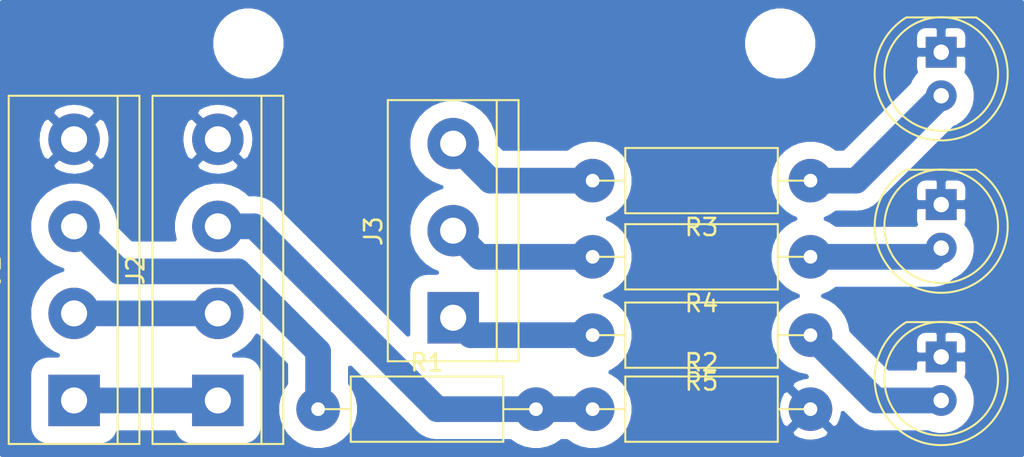
<source format=kicad_pcb>
(kicad_pcb (version 20171130) (host pcbnew "(5.1.12)-1")

  (general
    (thickness 1.6)
    (drawings 5)
    (tracks 22)
    (zones 0)
    (modules 13)
    (nets 12)
  )

  (page A4)
  (layers
    (0 F.Cu signal hide)
    (31 B.Cu signal)
    (32 B.Adhes user hide)
    (33 F.Adhes user hide)
    (34 B.Paste user hide)
    (35 F.Paste user hide)
    (36 B.SilkS user hide)
    (37 F.SilkS user)
    (38 B.Mask user hide)
    (39 F.Mask user hide)
    (40 Dwgs.User user hide)
    (41 Cmts.User user hide)
    (42 Eco1.User user hide)
    (43 Eco2.User user hide)
    (44 Edge.Cuts user hide)
    (45 Margin user hide)
    (46 B.CrtYd user hide)
    (47 F.CrtYd user hide)
    (48 B.Fab user hide)
    (49 F.Fab user hide)
  )

  (setup
    (last_trace_width 0.25)
    (user_trace_width 1.5)
    (trace_clearance 0.2)
    (zone_clearance 0.508)
    (zone_45_only no)
    (trace_min 0.2)
    (via_size 0.8)
    (via_drill 0.4)
    (via_min_size 0.4)
    (via_min_drill 0.3)
    (uvia_size 0.3)
    (uvia_drill 0.1)
    (uvias_allowed no)
    (uvia_min_size 0.2)
    (uvia_min_drill 0.1)
    (edge_width 0.05)
    (segment_width 0.2)
    (pcb_text_width 0.3)
    (pcb_text_size 1.5 1.5)
    (mod_edge_width 0.12)
    (mod_text_size 1 1)
    (mod_text_width 0.15)
    (pad_size 1.524 1.524)
    (pad_drill 0.762)
    (pad_to_mask_clearance 0)
    (aux_axis_origin 0 0)
    (visible_elements 7FFFFFFF)
    (pcbplotparams
      (layerselection 0x010fc_ffffffff)
      (usegerberextensions false)
      (usegerberattributes true)
      (usegerberadvancedattributes true)
      (creategerberjobfile true)
      (excludeedgelayer true)
      (linewidth 0.100000)
      (plotframeref false)
      (viasonmask false)
      (mode 1)
      (useauxorigin false)
      (hpglpennumber 1)
      (hpglpenspeed 20)
      (hpglpendiameter 15.000000)
      (psnegative false)
      (psa4output false)
      (plotreference true)
      (plotvalue true)
      (plotinvisibletext false)
      (padsonsilk false)
      (subtractmaskfromsilk false)
      (outputformat 1)
      (mirror false)
      (drillshape 1)
      (scaleselection 1)
      (outputdirectory ""))
  )

  (net 0 "")
  (net 1 "Net-(J1-Pad2)")
  (net 2 "Net-(J1-Pad3)")
  (net 3 "Net-(J1-Pad1)")
  (net 4 "Net-(D1-Pad2)")
  (net 5 "Net-(D2-Pad2)")
  (net 6 "Net-(D3-Pad2)")
  (net 7 "Net-(J3-Pad1)")
  (net 8 "Net-(J3-Pad2)")
  (net 9 "Net-(J3-Pad3)")
  (net 10 Earth)
  (net 11 "Net-(J2-Pad3)")

  (net_class Default "This is the default net class."
    (clearance 0.2)
    (trace_width 0.25)
    (via_dia 0.8)
    (via_drill 0.4)
    (uvia_dia 0.3)
    (uvia_drill 0.1)
    (add_net Earth)
    (add_net "Net-(D1-Pad2)")
    (add_net "Net-(D2-Pad2)")
    (add_net "Net-(D3-Pad2)")
    (add_net "Net-(J1-Pad1)")
    (add_net "Net-(J1-Pad2)")
    (add_net "Net-(J1-Pad3)")
    (add_net "Net-(J2-Pad3)")
    (add_net "Net-(J3-Pad1)")
    (add_net "Net-(J3-Pad2)")
    (add_net "Net-(J3-Pad3)")
  )

  (module TerminalBlock:TerminalBlock_bornier-4_P5.08mm (layer F.Cu) (tedit 59FF03D1) (tstamp 627012D6)
    (at 137.16 104.902 90)
    (descr "simple 4-pin terminal block, pitch 5.08mm, revamped version of bornier4")
    (tags "terminal block bornier4")
    (path /626B797D)
    (fp_text reference J2 (at 7.6 -4.8 90) (layer F.SilkS)
      (effects (font (size 1 1) (thickness 0.15)))
    )
    (fp_text value Screw_Terminal_01x04 (at 7.6 4.75 90) (layer F.Fab)
      (effects (font (size 1 1) (thickness 0.15)))
    )
    (fp_line (start 17.97 4) (end -2.73 4) (layer F.CrtYd) (width 0.05))
    (fp_line (start 17.97 4) (end 17.97 -4) (layer F.CrtYd) (width 0.05))
    (fp_line (start -2.73 -4) (end -2.73 4) (layer F.CrtYd) (width 0.05))
    (fp_line (start -2.73 -4) (end 17.97 -4) (layer F.CrtYd) (width 0.05))
    (fp_line (start -2.54 3.81) (end 17.78 3.81) (layer F.SilkS) (width 0.12))
    (fp_line (start -2.54 -3.81) (end 17.78 -3.81) (layer F.SilkS) (width 0.12))
    (fp_line (start 17.78 2.54) (end -2.54 2.54) (layer F.SilkS) (width 0.12))
    (fp_line (start 17.78 3.81) (end 17.78 -3.81) (layer F.SilkS) (width 0.12))
    (fp_line (start -2.54 -3.81) (end -2.54 3.81) (layer F.SilkS) (width 0.12))
    (fp_line (start 17.72 3.75) (end -2.43 3.75) (layer F.Fab) (width 0.1))
    (fp_line (start 17.72 -3.75) (end 17.72 3.75) (layer F.Fab) (width 0.1))
    (fp_line (start -2.48 -3.75) (end 17.72 -3.75) (layer F.Fab) (width 0.1))
    (fp_line (start -2.48 3.75) (end -2.48 -3.75) (layer F.Fab) (width 0.1))
    (fp_line (start -2.43 3.75) (end -2.48 3.75) (layer F.Fab) (width 0.1))
    (fp_line (start -2.48 2.55) (end 17.72 2.55) (layer F.Fab) (width 0.1))
    (fp_text user %R (at 7.62 0 90) (layer F.Fab)
      (effects (font (size 1 1) (thickness 0.15)))
    )
    (pad 2 thru_hole circle (at 5.08 0 90) (size 3 3) (drill 1.52) (layers *.Cu *.Mask)
      (net 1 "Net-(J1-Pad2)"))
    (pad 3 thru_hole circle (at 10.16 0 90) (size 3 3) (drill 1.52) (layers *.Cu *.Mask)
      (net 11 "Net-(J2-Pad3)"))
    (pad 1 thru_hole rect (at 0 0 90) (size 3 3) (drill 1.52) (layers *.Cu *.Mask)
      (net 3 "Net-(J1-Pad1)"))
    (pad 4 thru_hole circle (at 15.24 0 90) (size 3 3) (drill 1.52) (layers *.Cu *.Mask)
      (net 10 Earth))
    (model ${KISYS3DMOD}/TerminalBlock.3dshapes/TerminalBlock_bornier-4_P5.08mm.wrl
      (offset (xyz 7.619999885559082 0 0))
      (scale (xyz 1 1 1))
      (rotate (xyz 0 0 0))
    )
  )

  (module MountingHole:MountingHole_2.1mm (layer F.Cu) (tedit 5B924765) (tstamp 6270209C)
    (at 138.938 84.074)
    (descr "Mounting Hole 2.1mm, no annular")
    (tags "mounting hole 2.1mm no annular")
    (attr virtual)
    (fp_text reference REF** (at 0 -3.2) (layer F.SilkS)
      (effects (font (size 1 1) (thickness 0.15)))
    )
    (fp_text value MountingHole_2.1mm (at 2.3876 -5.7023) (layer F.Fab)
      (effects (font (size 1 1) (thickness 0.15)))
    )
    (fp_circle (center 0 0) (end 2.35 0) (layer F.CrtYd) (width 0.05))
    (fp_circle (center 0 0) (end 2.1 0) (layer Cmts.User) (width 0.15))
    (fp_text user %R (at 0.3 0) (layer F.Fab)
      (effects (font (size 1 1) (thickness 0.15)))
    )
    (pad "" np_thru_hole circle (at 0 0) (size 2.1 2.1) (drill 2.1) (layers *.Cu *.Mask))
  )

  (module MountingHole:MountingHole_2.1mm (layer F.Cu) (tedit 5B924765) (tstamp 62702071)
    (at 169.94 84.074)
    (descr "Mounting Hole 2.1mm, no annular")
    (tags "mounting hole 2.1mm no annular")
    (attr virtual)
    (fp_text reference REF** (at 0 -3.2) (layer F.SilkS)
      (effects (font (size 1 1) (thickness 0.15)))
    )
    (fp_text value MountingHole_2.1mm (at 0 3.2) (layer F.Fab)
      (effects (font (size 1 1) (thickness 0.15)))
    )
    (fp_circle (center 0 0) (end 2.35 0) (layer F.CrtYd) (width 0.05))
    (fp_circle (center 0 0) (end 2.1 0) (layer Cmts.User) (width 0.15))
    (fp_text user %R (at 0.3 0) (layer F.Fab)
      (effects (font (size 1 1) (thickness 0.15)))
    )
    (pad "" np_thru_hole circle (at 0 0) (size 2.1 2.1) (drill 2.1) (layers *.Cu *.Mask))
  )

  (module mes_empuntes:R (layer F.Cu) (tedit 60E6F086) (tstamp 62700A07)
    (at 171.704 92.075 180)
    (descr "Resistor, Axial_DIN0309 series, Axial, Horizontal, pin pitch=12.7mm, 0.5W = 1/2W, length*diameter=9*3.2mm^2, http://cdn-reichelt.de/documents/datenblatt/B400/1_4W%23YAG.pdf")
    (tags "Resistor Axial_DIN0309 series Axial Horizontal pin pitch 12.7mm 0.5W = 1/2W length 9mm diameter 3.2mm")
    (path /626FDA3D)
    (fp_text reference R3 (at 6.35 -2.72) (layer F.SilkS)
      (effects (font (size 1 1) (thickness 0.15)))
    )
    (fp_text value R (at 6.35 2.72) (layer F.Fab)
      (effects (font (size 1 1) (thickness 0.15)))
    )
    (fp_line (start 10.795 -1.905) (end 1.905 -1.905) (layer F.SilkS) (width 0.12))
    (fp_line (start 10.795 1.905) (end 10.795 -1.905) (layer F.SilkS) (width 0.12))
    (fp_line (start 1.905 1.905) (end 10.795 1.905) (layer F.SilkS) (width 0.12))
    (fp_line (start 1.905 -1.905) (end 1.905 1.905) (layer F.SilkS) (width 0.12))
    (fp_line (start 12.7 0) (end 10.795 0) (layer F.SilkS) (width 0.12))
    (fp_line (start 0 0) (end 1.905 0) (layer F.SilkS) (width 0.12))
    (fp_line (start -1.05 -1.85) (end -1.05 1.85) (layer F.CrtYd) (width 0.05))
    (fp_line (start -1.05 1.85) (end 13.75 1.85) (layer F.CrtYd) (width 0.05))
    (fp_line (start 13.75 1.85) (end 13.75 -1.85) (layer F.CrtYd) (width 0.05))
    (fp_line (start 13.75 -1.85) (end -1.05 -1.85) (layer F.CrtYd) (width 0.05))
    (fp_text user %R (at 6.858 0.127) (layer F.Fab)
      (effects (font (size 1 1) (thickness 0.15)))
    )
    (pad 1 thru_hole circle (at 0 0 180) (size 2.54 2.54) (drill 0.8) (layers *.Cu *.Mask)
      (net 4 "Net-(D1-Pad2)"))
    (pad 2 thru_hole circle (at 12.7 0 180) (size 2.54 2.54) (drill 0.8) (layers *.Cu *.Mask)
      (net 9 "Net-(J3-Pad3)"))
    (model ${KISYS3DMOD}/Resistor_THT.3dshapes/R_Axial_DIN0309_L9.0mm_D3.2mm_P12.70mm_Horizontal.wrl
      (at (xyz 0 0 0))
      (scale (xyz 1 1 1))
      (rotate (xyz 0 0 0))
    )
  )

  (module TerminalBlock:TerminalBlock_bornier-4_P5.08mm (layer F.Cu) (tedit 59FF03D1) (tstamp 626AF6CD)
    (at 128.778 104.902 90)
    (descr "simple 4-pin terminal block, pitch 5.08mm, revamped version of bornier4")
    (tags "terminal block bornier4")
    (path /626AA26F)
    (fp_text reference J1 (at 7.6 -4.8 90) (layer F.SilkS)
      (effects (font (size 1 1) (thickness 0.15)))
    )
    (fp_text value Screw_Terminal_01x04 (at 7.6 4.75 90) (layer F.Fab)
      (effects (font (size 1 1) (thickness 0.15)))
    )
    (fp_line (start -2.48 2.55) (end 17.72 2.55) (layer F.Fab) (width 0.1))
    (fp_line (start -2.43 3.75) (end -2.48 3.75) (layer F.Fab) (width 0.1))
    (fp_line (start -2.48 3.75) (end -2.48 -3.75) (layer F.Fab) (width 0.1))
    (fp_line (start -2.48 -3.75) (end 17.72 -3.75) (layer F.Fab) (width 0.1))
    (fp_line (start 17.72 -3.75) (end 17.72 3.75) (layer F.Fab) (width 0.1))
    (fp_line (start 17.72 3.75) (end -2.43 3.75) (layer F.Fab) (width 0.1))
    (fp_line (start -2.54 -3.81) (end -2.54 3.81) (layer F.SilkS) (width 0.12))
    (fp_line (start 17.78 3.81) (end 17.78 -3.81) (layer F.SilkS) (width 0.12))
    (fp_line (start 17.78 2.54) (end -2.54 2.54) (layer F.SilkS) (width 0.12))
    (fp_line (start -2.54 -3.81) (end 17.78 -3.81) (layer F.SilkS) (width 0.12))
    (fp_line (start -2.54 3.81) (end 17.78 3.81) (layer F.SilkS) (width 0.12))
    (fp_line (start -2.73 -4) (end 17.97 -4) (layer F.CrtYd) (width 0.05))
    (fp_line (start -2.73 -4) (end -2.73 4) (layer F.CrtYd) (width 0.05))
    (fp_line (start 17.97 4) (end 17.97 -4) (layer F.CrtYd) (width 0.05))
    (fp_line (start 17.97 4) (end -2.73 4) (layer F.CrtYd) (width 0.05))
    (fp_text user %R (at 7.62 0 90) (layer F.Fab)
      (effects (font (size 1 1) (thickness 0.15)))
    )
    (pad 2 thru_hole circle (at 5.08 0 90) (size 3 3) (drill 1.52) (layers *.Cu *.Mask)
      (net 1 "Net-(J1-Pad2)"))
    (pad 3 thru_hole circle (at 10.16 0 90) (size 3 3) (drill 1.52) (layers *.Cu *.Mask)
      (net 2 "Net-(J1-Pad3)"))
    (pad 1 thru_hole rect (at 0 0 90) (size 3 3) (drill 1.52) (layers *.Cu *.Mask)
      (net 3 "Net-(J1-Pad1)"))
    (pad 4 thru_hole circle (at 15.24 0 90) (size 3 3) (drill 1.52) (layers *.Cu *.Mask)
      (net 10 Earth))
    (model ${KISYS3DMOD}/TerminalBlock.3dshapes/TerminalBlock_bornier-4_P5.08mm.wrl
      (offset (xyz 7.619999885559082 0 0))
      (scale (xyz 1 1 1))
      (rotate (xyz 0 0 0))
    )
  )

  (module mes_empuntes:R (layer F.Cu) (tedit 60E6F086) (tstamp 626AF6DE)
    (at 143.002 105.41)
    (descr "Resistor, Axial_DIN0309 series, Axial, Horizontal, pin pitch=12.7mm, 0.5W = 1/2W, length*diameter=9*3.2mm^2, http://cdn-reichelt.de/documents/datenblatt/B400/1_4W%23YAG.pdf")
    (tags "Resistor Axial_DIN0309 series Axial Horizontal pin pitch 12.7mm 0.5W = 1/2W length 9mm diameter 3.2mm")
    (path /626AAD55)
    (fp_text reference R1 (at 6.35 -2.72) (layer F.SilkS)
      (effects (font (size 1 1) (thickness 0.15)))
    )
    (fp_text value 1000 (at 6.35 2.72) (layer F.Fab)
      (effects (font (size 1 1) (thickness 0.15)))
    )
    (fp_line (start 13.75 -1.85) (end -1.05 -1.85) (layer F.CrtYd) (width 0.05))
    (fp_line (start 13.75 1.85) (end 13.75 -1.85) (layer F.CrtYd) (width 0.05))
    (fp_line (start -1.05 1.85) (end 13.75 1.85) (layer F.CrtYd) (width 0.05))
    (fp_line (start -1.05 -1.85) (end -1.05 1.85) (layer F.CrtYd) (width 0.05))
    (fp_line (start 0 0) (end 1.905 0) (layer F.SilkS) (width 0.12))
    (fp_line (start 12.7 0) (end 10.795 0) (layer F.SilkS) (width 0.12))
    (fp_line (start 1.905 -1.905) (end 1.905 1.905) (layer F.SilkS) (width 0.12))
    (fp_line (start 1.905 1.905) (end 10.795 1.905) (layer F.SilkS) (width 0.12))
    (fp_line (start 10.795 1.905) (end 10.795 -1.905) (layer F.SilkS) (width 0.12))
    (fp_line (start 10.795 -1.905) (end 1.905 -1.905) (layer F.SilkS) (width 0.12))
    (fp_text user %R (at 3.81 0) (layer F.Fab)
      (effects (font (size 1 1) (thickness 0.15)))
    )
    (pad 1 thru_hole circle (at 0 0) (size 2.54 2.54) (drill 0.8) (layers *.Cu *.Mask)
      (net 2 "Net-(J1-Pad3)"))
    (pad 2 thru_hole circle (at 12.7 0) (size 2.54 2.54) (drill 0.8) (layers *.Cu *.Mask)
      (net 11 "Net-(J2-Pad3)"))
    (model ${KISYS3DMOD}/Resistor_THT.3dshapes/R_Axial_DIN0309_L9.0mm_D3.2mm_P12.70mm_Horizontal.wrl
      (at (xyz 0 0 0))
      (scale (xyz 1 1 1))
      (rotate (xyz 0 0 0))
    )
  )

  (module mes_empuntes:R (layer F.Cu) (tedit 60E6F086) (tstamp 626AF6EF)
    (at 159.004 105.41)
    (descr "Resistor, Axial_DIN0309 series, Axial, Horizontal, pin pitch=12.7mm, 0.5W = 1/2W, length*diameter=9*3.2mm^2, http://cdn-reichelt.de/documents/datenblatt/B400/1_4W%23YAG.pdf")
    (tags "Resistor Axial_DIN0309 series Axial Horizontal pin pitch 12.7mm 0.5W = 1/2W length 9mm diameter 3.2mm")
    (path /626ABA75)
    (fp_text reference R2 (at 6.35 -2.72) (layer F.SilkS)
      (effects (font (size 1 1) (thickness 0.15)))
    )
    (fp_text value 2000 (at 6.35 2.72) (layer F.Fab)
      (effects (font (size 1 1) (thickness 0.15)))
    )
    (fp_line (start 10.795 -1.905) (end 1.905 -1.905) (layer F.SilkS) (width 0.12))
    (fp_line (start 10.795 1.905) (end 10.795 -1.905) (layer F.SilkS) (width 0.12))
    (fp_line (start 1.905 1.905) (end 10.795 1.905) (layer F.SilkS) (width 0.12))
    (fp_line (start 1.905 -1.905) (end 1.905 1.905) (layer F.SilkS) (width 0.12))
    (fp_line (start 12.7 0) (end 10.795 0) (layer F.SilkS) (width 0.12))
    (fp_line (start 0 0) (end 1.905 0) (layer F.SilkS) (width 0.12))
    (fp_line (start -1.05 -1.85) (end -1.05 1.85) (layer F.CrtYd) (width 0.05))
    (fp_line (start -1.05 1.85) (end 13.75 1.85) (layer F.CrtYd) (width 0.05))
    (fp_line (start 13.75 1.85) (end 13.75 -1.85) (layer F.CrtYd) (width 0.05))
    (fp_line (start 13.75 -1.85) (end -1.05 -1.85) (layer F.CrtYd) (width 0.05))
    (fp_text user %R (at 4.1656 -0.1016) (layer F.Fab)
      (effects (font (size 1 1) (thickness 0.15)))
    )
    (pad 2 thru_hole circle (at 12.7 0) (size 2.54 2.54) (drill 0.8) (layers *.Cu *.Mask)
      (net 10 Earth))
    (pad 1 thru_hole circle (at 0 0) (size 2.54 2.54) (drill 0.8) (layers *.Cu *.Mask)
      (net 11 "Net-(J2-Pad3)"))
    (model ${KISYS3DMOD}/Resistor_THT.3dshapes/R_Axial_DIN0309_L9.0mm_D3.2mm_P12.70mm_Horizontal.wrl
      (at (xyz 0 0 0))
      (scale (xyz 1 1 1))
      (rotate (xyz 0 0 0))
    )
  )

  (module TerminalBlock:TerminalBlock_bornier-3_P5.08mm (layer F.Cu) (tedit 59FF03B9) (tstamp 627005CC)
    (at 150.876 100.076 90)
    (descr "simple 3-pin terminal block, pitch 5.08mm, revamped version of bornier3")
    (tags "terminal block bornier3")
    (path /626BD496)
    (fp_text reference J3 (at 5.05 -4.65 90) (layer F.SilkS)
      (effects (font (size 1 1) (thickness 0.15)))
    )
    (fp_text value Screw_Terminal_01x03 (at 5.08 5.08 90) (layer F.Fab)
      (effects (font (size 1 1) (thickness 0.15)))
    )
    (fp_line (start 12.88 4) (end -2.72 4) (layer F.CrtYd) (width 0.05))
    (fp_line (start 12.88 4) (end 12.88 -4) (layer F.CrtYd) (width 0.05))
    (fp_line (start -2.72 -4) (end -2.72 4) (layer F.CrtYd) (width 0.05))
    (fp_line (start -2.72 -4) (end 12.88 -4) (layer F.CrtYd) (width 0.05))
    (fp_line (start -2.54 3.81) (end 12.7 3.81) (layer F.SilkS) (width 0.12))
    (fp_line (start -2.54 -3.81) (end 12.7 -3.81) (layer F.SilkS) (width 0.12))
    (fp_line (start -2.54 2.54) (end 12.7 2.54) (layer F.SilkS) (width 0.12))
    (fp_line (start 12.7 3.81) (end 12.7 -3.81) (layer F.SilkS) (width 0.12))
    (fp_line (start -2.54 3.81) (end -2.54 -3.81) (layer F.SilkS) (width 0.12))
    (fp_line (start -2.47 3.75) (end -2.47 -3.75) (layer F.Fab) (width 0.1))
    (fp_line (start 12.63 3.75) (end -2.47 3.75) (layer F.Fab) (width 0.1))
    (fp_line (start 12.63 -3.75) (end 12.63 3.75) (layer F.Fab) (width 0.1))
    (fp_line (start -2.47 -3.75) (end 12.63 -3.75) (layer F.Fab) (width 0.1))
    (fp_line (start -2.47 2.55) (end 12.63 2.55) (layer F.Fab) (width 0.1))
    (fp_text user %R (at 5.08 0 90) (layer F.Fab)
      (effects (font (size 1 1) (thickness 0.15)))
    )
    (pad 1 thru_hole rect (at 0 0 90) (size 3 3) (drill 1.52) (layers *.Cu *.Mask)
      (net 7 "Net-(J3-Pad1)"))
    (pad 2 thru_hole circle (at 5.08 0 90) (size 3 3) (drill 1.52) (layers *.Cu *.Mask)
      (net 8 "Net-(J3-Pad2)"))
    (pad 3 thru_hole circle (at 10.16 0 90) (size 3 3) (drill 1.52) (layers *.Cu *.Mask)
      (net 9 "Net-(J3-Pad3)"))
    (model ${KISYS3DMOD}/TerminalBlock.3dshapes/TerminalBlock_bornier-3_P5.08mm.wrl
      (offset (xyz 5.079999923706055 0 0))
      (scale (xyz 1 1 1))
      (rotate (xyz 0 0 0))
    )
  )

  (module mes_empuntes:R (layer F.Cu) (tedit 60E6F086) (tstamp 62700A18)
    (at 171.704 96.52 180)
    (descr "Resistor, Axial_DIN0309 series, Axial, Horizontal, pin pitch=12.7mm, 0.5W = 1/2W, length*diameter=9*3.2mm^2, http://cdn-reichelt.de/documents/datenblatt/B400/1_4W%23YAG.pdf")
    (tags "Resistor Axial_DIN0309 series Axial Horizontal pin pitch 12.7mm 0.5W = 1/2W length 9mm diameter 3.2mm")
    (path /626FE2BD)
    (fp_text reference R4 (at 6.35 -2.72) (layer F.SilkS)
      (effects (font (size 1 1) (thickness 0.15)))
    )
    (fp_text value R (at 6.35 2.72) (layer F.Fab)
      (effects (font (size 1 1) (thickness 0.15)))
    )
    (fp_line (start 13.75 -1.85) (end -1.05 -1.85) (layer F.CrtYd) (width 0.05))
    (fp_line (start 13.75 1.85) (end 13.75 -1.85) (layer F.CrtYd) (width 0.05))
    (fp_line (start -1.05 1.85) (end 13.75 1.85) (layer F.CrtYd) (width 0.05))
    (fp_line (start -1.05 -1.85) (end -1.05 1.85) (layer F.CrtYd) (width 0.05))
    (fp_line (start 0 0) (end 1.905 0) (layer F.SilkS) (width 0.12))
    (fp_line (start 12.7 0) (end 10.795 0) (layer F.SilkS) (width 0.12))
    (fp_line (start 1.905 -1.905) (end 1.905 1.905) (layer F.SilkS) (width 0.12))
    (fp_line (start 1.905 1.905) (end 10.795 1.905) (layer F.SilkS) (width 0.12))
    (fp_line (start 10.795 1.905) (end 10.795 -1.905) (layer F.SilkS) (width 0.12))
    (fp_line (start 10.795 -1.905) (end 1.905 -1.905) (layer F.SilkS) (width 0.12))
    (fp_text user %R (at 6.35 0) (layer F.Fab)
      (effects (font (size 1 1) (thickness 0.15)))
    )
    (pad 2 thru_hole circle (at 12.7 0 180) (size 2.54 2.54) (drill 0.8) (layers *.Cu *.Mask)
      (net 8 "Net-(J3-Pad2)"))
    (pad 1 thru_hole circle (at 0 0 180) (size 2.54 2.54) (drill 0.8) (layers *.Cu *.Mask)
      (net 5 "Net-(D2-Pad2)"))
    (model ${KISYS3DMOD}/Resistor_THT.3dshapes/R_Axial_DIN0309_L9.0mm_D3.2mm_P12.70mm_Horizontal.wrl
      (at (xyz 0 0 0))
      (scale (xyz 1 1 1))
      (rotate (xyz 0 0 0))
    )
  )

  (module mes_empuntes:R (layer F.Cu) (tedit 60E6F086) (tstamp 62700A29)
    (at 171.704 101.092 180)
    (descr "Resistor, Axial_DIN0309 series, Axial, Horizontal, pin pitch=12.7mm, 0.5W = 1/2W, length*diameter=9*3.2mm^2, http://cdn-reichelt.de/documents/datenblatt/B400/1_4W%23YAG.pdf")
    (tags "Resistor Axial_DIN0309 series Axial Horizontal pin pitch 12.7mm 0.5W = 1/2W length 9mm diameter 3.2mm")
    (path /626FE3FD)
    (fp_text reference R5 (at 6.35 -2.72) (layer F.SilkS)
      (effects (font (size 1 1) (thickness 0.15)))
    )
    (fp_text value R (at 6.35 2.72) (layer F.Fab)
      (effects (font (size 1 1) (thickness 0.15)))
    )
    (fp_line (start 10.795 -1.905) (end 1.905 -1.905) (layer F.SilkS) (width 0.12))
    (fp_line (start 10.795 1.905) (end 10.795 -1.905) (layer F.SilkS) (width 0.12))
    (fp_line (start 1.905 1.905) (end 10.795 1.905) (layer F.SilkS) (width 0.12))
    (fp_line (start 1.905 -1.905) (end 1.905 1.905) (layer F.SilkS) (width 0.12))
    (fp_line (start 12.7 0) (end 10.795 0) (layer F.SilkS) (width 0.12))
    (fp_line (start 0 0) (end 1.905 0) (layer F.SilkS) (width 0.12))
    (fp_line (start -1.05 -1.85) (end -1.05 1.85) (layer F.CrtYd) (width 0.05))
    (fp_line (start -1.05 1.85) (end 13.75 1.85) (layer F.CrtYd) (width 0.05))
    (fp_line (start 13.75 1.85) (end 13.75 -1.85) (layer F.CrtYd) (width 0.05))
    (fp_line (start 13.75 -1.85) (end -1.05 -1.85) (layer F.CrtYd) (width 0.05))
    (fp_text user %R (at 6.35 0) (layer F.Fab)
      (effects (font (size 1 1) (thickness 0.15)))
    )
    (pad 1 thru_hole circle (at 0 0 180) (size 2.54 2.54) (drill 0.8) (layers *.Cu *.Mask)
      (net 6 "Net-(D3-Pad2)"))
    (pad 2 thru_hole circle (at 12.7 0 180) (size 2.54 2.54) (drill 0.8) (layers *.Cu *.Mask)
      (net 7 "Net-(J3-Pad1)"))
    (model ${KISYS3DMOD}/Resistor_THT.3dshapes/R_Axial_DIN0309_L9.0mm_D3.2mm_P12.70mm_Horizontal.wrl
      (at (xyz 0 0 0))
      (scale (xyz 1 1 1))
      (rotate (xyz 0 0 0))
    )
  )

  (module mes_empuntes:LED_D8.0_mm_mod (layer F.Cu) (tedit 626FB32D) (tstamp 627022F8)
    (at 179.324 84.582 270)
    (descr "LED, diameter 8.0mm, 2 pins, http://cdn-reichelt.de/documents/datenblatt/A500/LED8MMGE_LED8MMGN_LED8MMRT%23KIN.pdf")
    (tags "LED diameter 8.0mm 2 pins")
    (path /626BE91F)
    (fp_text reference D1 (at 1.27 -6.858 90) (layer F.SilkS)
      (effects (font (size 1 1) (thickness 0.15)))
    )
    (fp_text value LED (at 1.016 6.35 90) (layer F.Fab)
      (effects (font (size 1 1) (thickness 0.15)))
    )
    (fp_circle (center 1.27 0) (end 4.572 0) (layer F.Fab) (width 0.1))
    (fp_circle (center 1.27 0) (end 4.572 0.254) (layer F.SilkS) (width 0.12))
    (fp_line (start -1.998812 -2.032) (end -1.998812 2.091106) (layer F.Fab) (width 0.1))
    (fp_line (start -2.032 -2.032) (end -2.032 1.998) (layer F.SilkS) (width 0.12))
    (fp_line (start -3.048 -4.342) (end -3.048 4.318) (layer F.CrtYd) (width 0.05))
    (fp_line (start -3.048 4.318) (end 5.588 4.318) (layer F.CrtYd) (width 0.05))
    (fp_line (start 5.588 4.318) (end 5.588 -4.318) (layer F.CrtYd) (width 0.05))
    (fp_line (start 5.588 -4.318) (end -3.048 -4.318) (layer F.CrtYd) (width 0.05))
    (fp_arc (start 1.27 0) (end -1.998811 2.091105) (angle -295.7848663) (layer F.Fab) (width 0.12))
    (fp_arc (start 1.27 0) (end -2.031999 2.031999) (angle -296.7849955) (layer F.SilkS) (width 0.12))
    (pad 1 thru_hole rect (at 0 0 270) (size 1.8 1.8) (drill 0.9) (layers *.Cu *.Mask)
      (net 10 Earth))
    (pad 2 thru_hole circle (at 2.54 0 270) (size 1.8 1.8) (drill 0.9) (layers *.Cu *.Mask)
      (net 4 "Net-(D1-Pad2)"))
    (model ${KISYS3DMOD}/LED_THT.3dshapes/LED_D8.0mm.wrl
      (at (xyz 0 0 0))
      (scale (xyz 1 1 1))
      (rotate (xyz 0 0 0))
    )
  )

  (module mes_empuntes:LED_D8.0_mm_mod (layer F.Cu) (tedit 626FB32D) (tstamp 62702308)
    (at 179.324 93.472 270)
    (descr "LED, diameter 8.0mm, 2 pins, http://cdn-reichelt.de/documents/datenblatt/A500/LED8MMGE_LED8MMGN_LED8MMRT%23KIN.pdf")
    (tags "LED diameter 8.0mm 2 pins")
    (path /626BF70B)
    (fp_text reference D2 (at 1.27 -6.858 90) (layer F.SilkS)
      (effects (font (size 1 1) (thickness 0.15)))
    )
    (fp_text value LED (at 1.016 6.35 90) (layer F.Fab)
      (effects (font (size 1 1) (thickness 0.15)))
    )
    (fp_line (start 5.588 -4.318) (end -3.048 -4.318) (layer F.CrtYd) (width 0.05))
    (fp_line (start 5.588 4.318) (end 5.588 -4.318) (layer F.CrtYd) (width 0.05))
    (fp_line (start -3.048 4.318) (end 5.588 4.318) (layer F.CrtYd) (width 0.05))
    (fp_line (start -3.048 -4.342) (end -3.048 4.318) (layer F.CrtYd) (width 0.05))
    (fp_line (start -2.032 -2.032) (end -2.032 1.998) (layer F.SilkS) (width 0.12))
    (fp_line (start -1.998812 -2.032) (end -1.998812 2.091106) (layer F.Fab) (width 0.1))
    (fp_circle (center 1.27 0) (end 4.572 0.254) (layer F.SilkS) (width 0.12))
    (fp_circle (center 1.27 0) (end 4.572 0) (layer F.Fab) (width 0.1))
    (fp_arc (start 1.27 0) (end -2.031999 2.031999) (angle -296.7849955) (layer F.SilkS) (width 0.12))
    (fp_arc (start 1.27 0) (end -1.998811 2.091105) (angle -295.7848663) (layer F.Fab) (width 0.12))
    (pad 2 thru_hole circle (at 2.54 0 270) (size 1.8 1.8) (drill 0.9) (layers *.Cu *.Mask)
      (net 5 "Net-(D2-Pad2)"))
    (pad 1 thru_hole rect (at 0 0 270) (size 1.8 1.8) (drill 0.9) (layers *.Cu *.Mask)
      (net 10 Earth))
    (model ${KISYS3DMOD}/LED_THT.3dshapes/LED_D8.0mm.wrl
      (at (xyz 0 0 0))
      (scale (xyz 1 1 1))
      (rotate (xyz 0 0 0))
    )
  )

  (module mes_empuntes:LED_D8.0_mm_mod (layer F.Cu) (tedit 626FB32D) (tstamp 62702318)
    (at 179.324 102.362 270)
    (descr "LED, diameter 8.0mm, 2 pins, http://cdn-reichelt.de/documents/datenblatt/A500/LED8MMGE_LED8MMGN_LED8MMRT%23KIN.pdf")
    (tags "LED diameter 8.0mm 2 pins")
    (path /626BF9C6)
    (fp_text reference D3 (at 1.27 -6.858 90) (layer F.SilkS)
      (effects (font (size 1 1) (thickness 0.15)))
    )
    (fp_text value LED (at 1.016 6.35 90) (layer F.Fab)
      (effects (font (size 1 1) (thickness 0.15)))
    )
    (fp_circle (center 1.27 0) (end 4.572 0) (layer F.Fab) (width 0.1))
    (fp_circle (center 1.27 0) (end 4.572 0.254) (layer F.SilkS) (width 0.12))
    (fp_line (start -1.998812 -2.032) (end -1.998812 2.091106) (layer F.Fab) (width 0.1))
    (fp_line (start -2.032 -2.032) (end -2.032 1.998) (layer F.SilkS) (width 0.12))
    (fp_line (start -3.048 -4.342) (end -3.048 4.318) (layer F.CrtYd) (width 0.05))
    (fp_line (start -3.048 4.318) (end 5.588 4.318) (layer F.CrtYd) (width 0.05))
    (fp_line (start 5.588 4.318) (end 5.588 -4.318) (layer F.CrtYd) (width 0.05))
    (fp_line (start 5.588 -4.318) (end -3.048 -4.318) (layer F.CrtYd) (width 0.05))
    (fp_arc (start 1.27 0) (end -1.998811 2.091105) (angle -295.7848663) (layer F.Fab) (width 0.12))
    (fp_arc (start 1.27 0) (end -2.031999 2.031999) (angle -296.7849955) (layer F.SilkS) (width 0.12))
    (pad 1 thru_hole rect (at 0 0 270) (size 1.8 1.8) (drill 0.9) (layers *.Cu *.Mask)
      (net 10 Earth))
    (pad 2 thru_hole circle (at 2.54 0 270) (size 1.8 1.8) (drill 0.9) (layers *.Cu *.Mask)
      (net 6 "Net-(D3-Pad2)"))
    (model ${KISYS3DMOD}/LED_THT.3dshapes/LED_D8.0mm.wrl
      (at (xyz 0 0 0))
      (scale (xyz 1 1 1))
      (rotate (xyz 0 0 0))
    )
  )

  (gr_line (start 124.46 81.534) (end 125.73 81.534) (layer Dwgs.User) (width 0.15) (tstamp 626AFA5F))
  (gr_line (start 124.46 108.204) (end 124.46 81.534) (layer Dwgs.User) (width 0.15))
  (gr_line (start 184.15 108.204) (end 124.46 108.204) (layer Dwgs.User) (width 0.15))
  (gr_line (start 184.15 81.534) (end 184.15 108.204) (layer Dwgs.User) (width 0.15))
  (gr_line (start 125.73 81.534) (end 184.15 81.534) (layer Dwgs.User) (width 0.15))

  (segment (start 128.778 99.822) (end 137.16 99.822) (width 1.5) (layer B.Cu) (net 1))
  (segment (start 143.002 102.037998) (end 143.002 105.41) (width 1.5) (layer B.Cu) (net 2))
  (segment (start 138.336001 97.371999) (end 143.002 102.037998) (width 1.5) (layer B.Cu) (net 2))
  (segment (start 131.407999 97.371999) (end 138.336001 97.371999) (width 1.5) (layer B.Cu) (net 2))
  (segment (start 128.778 94.742) (end 131.407999 97.371999) (width 1.5) (layer B.Cu) (net 2))
  (segment (start 128.778 104.902) (end 137.16 104.902) (width 1.5) (layer B.Cu) (net 3))
  (segment (start 174.371 92.075) (end 179.324 87.122) (width 1.5) (layer B.Cu) (net 4))
  (segment (start 171.704 92.075) (end 174.371 92.075) (width 1.5) (layer B.Cu) (net 4))
  (segment (start 178.816 96.52) (end 179.324 96.012) (width 1.5) (layer B.Cu) (net 5))
  (segment (start 171.704 96.52) (end 178.816 96.52) (width 1.5) (layer B.Cu) (net 5))
  (segment (start 175.514 104.902) (end 179.324 104.902) (width 1.5) (layer B.Cu) (net 6))
  (segment (start 171.704 101.092) (end 175.514 104.902) (width 1.5) (layer B.Cu) (net 6))
  (segment (start 151.892 101.092) (end 150.876 100.076) (width 1.5) (layer B.Cu) (net 7))
  (segment (start 159.004 101.092) (end 151.892 101.092) (width 1.5) (layer B.Cu) (net 7))
  (segment (start 152.4 96.52) (end 150.876 94.996) (width 1.5) (layer B.Cu) (net 8))
  (segment (start 159.004 96.52) (end 152.4 96.52) (width 1.5) (layer B.Cu) (net 8))
  (segment (start 153.035 92.075) (end 150.876 89.916) (width 1.5) (layer B.Cu) (net 9))
  (segment (start 159.004 92.075) (end 153.035 92.075) (width 1.5) (layer B.Cu) (net 9))
  (segment (start 159.004 105.41) (end 155.702 105.41) (width 1.5) (layer B.Cu) (net 11))
  (segment (start 149.94932 105.41) (end 155.702 105.41) (width 1.5) (layer B.Cu) (net 11))
  (segment (start 139.28132 94.742) (end 149.94932 105.41) (width 1.5) (layer B.Cu) (net 11))
  (segment (start 137.16 94.742) (end 139.28132 94.742) (width 1.5) (layer B.Cu) (net 11))

  (zone (net 10) (net_name Earth) (layer B.Cu) (tstamp 62702890) (hatch edge 0.508)
    (connect_pads (clearance 1))
    (min_thickness 0.254)
    (fill yes (arc_segments 32) (thermal_gap 0.508) (thermal_bridge_width 0.508))
    (polygon
      (pts
        (xy 184.15 108.204) (xy 124.46 108.204) (xy 124.46 81.534) (xy 184.15 81.534)
      )
    )
    (filled_polygon
      (pts
        (xy 184.023 108.077) (xy 124.587 108.077) (xy 124.587 103.402) (xy 126.145547 103.402) (xy 126.145547 106.402)
        (xy 126.167307 106.622931) (xy 126.23175 106.835371) (xy 126.3364 107.031157) (xy 126.477235 107.202765) (xy 126.648843 107.3436)
        (xy 126.844629 107.44825) (xy 127.057069 107.512693) (xy 127.278 107.534453) (xy 130.278 107.534453) (xy 130.498931 107.512693)
        (xy 130.711371 107.44825) (xy 130.907157 107.3436) (xy 131.078765 107.202765) (xy 131.2196 107.031157) (xy 131.32425 106.835371)
        (xy 131.34135 106.779) (xy 134.59665 106.779) (xy 134.61375 106.835371) (xy 134.7184 107.031157) (xy 134.859235 107.202765)
        (xy 135.030843 107.3436) (xy 135.226629 107.44825) (xy 135.439069 107.512693) (xy 135.66 107.534453) (xy 138.66 107.534453)
        (xy 138.880931 107.512693) (xy 139.093371 107.44825) (xy 139.289157 107.3436) (xy 139.460765 107.202765) (xy 139.6016 107.031157)
        (xy 139.70625 106.835371) (xy 139.770693 106.622931) (xy 139.792453 106.402) (xy 139.792453 103.402) (xy 139.770693 103.181069)
        (xy 139.70625 102.968629) (xy 139.6016 102.772843) (xy 139.460765 102.601235) (xy 139.289157 102.4604) (xy 139.093371 102.35575)
        (xy 138.880931 102.291307) (xy 138.66 102.269547) (xy 138.115781 102.269547) (xy 138.404351 102.150017) (xy 138.834615 101.862524)
        (xy 139.200524 101.496615) (xy 139.443099 101.133576) (xy 141.125 102.815477) (xy 141.125001 103.904643) (xy 140.877806 104.274595)
        (xy 140.697115 104.710821) (xy 140.605 105.173916) (xy 140.605 105.646084) (xy 140.697115 106.109179) (xy 140.877806 106.545405)
        (xy 141.140129 106.937998) (xy 141.474002 107.271871) (xy 141.866595 107.534194) (xy 142.302821 107.714885) (xy 142.765916 107.807)
        (xy 143.238084 107.807) (xy 143.701179 107.714885) (xy 144.137405 107.534194) (xy 144.529998 107.271871) (xy 144.863871 106.937998)
        (xy 145.126194 106.545405) (xy 145.306885 106.109179) (xy 145.399 105.646084) (xy 145.399 105.173916) (xy 145.306885 104.710821)
        (xy 145.126194 104.274595) (xy 144.879 103.904644) (xy 144.879 102.994159) (xy 148.556881 106.67204) (xy 148.615659 106.743661)
        (xy 148.68728 106.802439) (xy 148.687282 106.802441) (xy 148.746578 106.851104) (xy 148.901469 106.97822) (xy 149.227548 107.152513)
        (xy 149.376587 107.197723) (xy 149.581363 107.259841) (xy 149.616805 107.263332) (xy 149.85711 107.287) (xy 149.857117 107.287)
        (xy 149.949319 107.296081) (xy 150.041521 107.287) (xy 154.196644 107.287) (xy 154.566595 107.534194) (xy 155.002821 107.714885)
        (xy 155.465916 107.807) (xy 155.938084 107.807) (xy 156.401179 107.714885) (xy 156.837405 107.534194) (xy 157.207356 107.287)
        (xy 157.498644 107.287) (xy 157.868595 107.534194) (xy 158.304821 107.714885) (xy 158.767916 107.807) (xy 159.240084 107.807)
        (xy 159.703179 107.714885) (xy 160.139405 107.534194) (xy 160.531998 107.271871) (xy 160.865871 106.937998) (xy 160.999604 106.737852)
        (xy 170.555753 106.737852) (xy 170.684076 107.029871) (xy 171.019695 107.197723) (xy 171.381611 107.296874) (xy 171.755916 107.323514)
        (xy 172.128227 107.276618) (xy 172.484235 107.157988) (xy 172.723924 107.029871) (xy 172.852247 106.737852) (xy 171.704 105.589605)
        (xy 170.555753 106.737852) (xy 160.999604 106.737852) (xy 161.128194 106.545405) (xy 161.308885 106.109179) (xy 161.401 105.646084)
        (xy 161.401 105.461916) (xy 169.790486 105.461916) (xy 169.837382 105.834227) (xy 169.956012 106.190235) (xy 170.084129 106.429924)
        (xy 170.376148 106.558247) (xy 171.524395 105.41) (xy 170.376148 104.261753) (xy 170.084129 104.390076) (xy 169.916277 104.725695)
        (xy 169.817126 105.087611) (xy 169.790486 105.461916) (xy 161.401 105.461916) (xy 161.401 105.173916) (xy 161.308885 104.710821)
        (xy 161.128194 104.274595) (xy 160.865871 103.882002) (xy 160.531998 103.548129) (xy 160.139405 103.285806) (xy 160.055376 103.251)
        (xy 160.139405 103.216194) (xy 160.531998 102.953871) (xy 160.865871 102.619998) (xy 161.128194 102.227405) (xy 161.308885 101.791179)
        (xy 161.401 101.328084) (xy 161.401 100.855916) (xy 161.308885 100.392821) (xy 161.128194 99.956595) (xy 160.865871 99.564002)
        (xy 160.531998 99.230129) (xy 160.139405 98.967806) (xy 159.748771 98.806) (xy 160.139405 98.644194) (xy 160.531998 98.381871)
        (xy 160.865871 98.047998) (xy 161.128194 97.655405) (xy 161.308885 97.219179) (xy 161.401 96.756084) (xy 161.401 96.283916)
        (xy 161.308885 95.820821) (xy 161.128194 95.384595) (xy 160.865871 94.992002) (xy 160.531998 94.658129) (xy 160.139405 94.395806)
        (xy 159.902074 94.2975) (xy 160.139405 94.199194) (xy 160.531998 93.936871) (xy 160.865871 93.602998) (xy 161.128194 93.210405)
        (xy 161.308885 92.774179) (xy 161.401 92.311084) (xy 161.401 91.838916) (xy 169.307 91.838916) (xy 169.307 92.311084)
        (xy 169.399115 92.774179) (xy 169.579806 93.210405) (xy 169.842129 93.602998) (xy 170.176002 93.936871) (xy 170.568595 94.199194)
        (xy 170.805926 94.2975) (xy 170.568595 94.395806) (xy 170.176002 94.658129) (xy 169.842129 94.992002) (xy 169.579806 95.384595)
        (xy 169.399115 95.820821) (xy 169.307 96.283916) (xy 169.307 96.756084) (xy 169.399115 97.219179) (xy 169.579806 97.655405)
        (xy 169.842129 98.047998) (xy 170.176002 98.381871) (xy 170.568595 98.644194) (xy 170.959229 98.806) (xy 170.568595 98.967806)
        (xy 170.176002 99.230129) (xy 169.842129 99.564002) (xy 169.579806 99.956595) (xy 169.399115 100.392821) (xy 169.307 100.855916)
        (xy 169.307 101.328084) (xy 169.399115 101.791179) (xy 169.579806 102.227405) (xy 169.842129 102.619998) (xy 170.176002 102.953871)
        (xy 170.568595 103.216194) (xy 171.004821 103.396885) (xy 171.44121 103.483688) (xy 171.476166 103.518644) (xy 171.279773 103.543382)
        (xy 170.923765 103.662012) (xy 170.684076 103.790129) (xy 170.555753 104.082148) (xy 171.704 105.230395) (xy 171.718143 105.216253)
        (xy 171.897748 105.395858) (xy 171.883605 105.41) (xy 173.031852 106.558247) (xy 173.323871 106.429924) (xy 173.491723 106.094305)
        (xy 173.590874 105.732389) (xy 173.597454 105.639932) (xy 174.121556 106.164034) (xy 174.180339 106.235661) (xy 174.466149 106.47022)
        (xy 174.792228 106.644513) (xy 174.969555 106.698304) (xy 175.146043 106.751841) (xy 175.178371 106.755025) (xy 175.42179 106.779)
        (xy 175.421798 106.779) (xy 175.514 106.788081) (xy 175.606202 106.779) (xy 178.558672 106.779) (xy 178.732746 106.851104)
        (xy 179.124358 106.929) (xy 179.523642 106.929) (xy 179.915254 106.851104) (xy 180.284145 106.698304) (xy 180.616137 106.476474)
        (xy 180.898474 106.194137) (xy 181.120304 105.862145) (xy 181.273104 105.493254) (xy 181.351 105.101642) (xy 181.351 104.702358)
        (xy 181.273104 104.310746) (xy 181.120304 103.941855) (xy 180.898474 103.609863) (xy 180.806984 103.518373) (xy 180.813502 103.50618)
        (xy 180.849812 103.386482) (xy 180.862072 103.262) (xy 180.859 102.64775) (xy 180.70025 102.489) (xy 179.451 102.489)
        (xy 179.451 102.509) (xy 179.197 102.509) (xy 179.197 102.489) (xy 177.94775 102.489) (xy 177.789 102.64775)
        (xy 177.787113 103.025) (xy 176.291478 103.025) (xy 174.728478 101.462) (xy 177.785928 101.462) (xy 177.789 102.07625)
        (xy 177.94775 102.235) (xy 179.197 102.235) (xy 179.197 100.98575) (xy 179.451 100.98575) (xy 179.451 102.235)
        (xy 180.70025 102.235) (xy 180.859 102.07625) (xy 180.862072 101.462) (xy 180.849812 101.337518) (xy 180.813502 101.21782)
        (xy 180.754537 101.107506) (xy 180.675185 101.010815) (xy 180.578494 100.931463) (xy 180.46818 100.872498) (xy 180.348482 100.836188)
        (xy 180.224 100.823928) (xy 179.60975 100.827) (xy 179.451 100.98575) (xy 179.197 100.98575) (xy 179.03825 100.827)
        (xy 178.424 100.823928) (xy 178.299518 100.836188) (xy 178.17982 100.872498) (xy 178.069506 100.931463) (xy 177.972815 101.010815)
        (xy 177.893463 101.107506) (xy 177.834498 101.21782) (xy 177.798188 101.337518) (xy 177.785928 101.462) (xy 174.728478 101.462)
        (xy 174.095688 100.82921) (xy 174.008885 100.392821) (xy 173.828194 99.956595) (xy 173.565871 99.564002) (xy 173.231998 99.230129)
        (xy 172.839405 98.967806) (xy 172.448771 98.806) (xy 172.839405 98.644194) (xy 173.209356 98.397) (xy 178.723798 98.397)
        (xy 178.816 98.406081) (xy 178.908202 98.397) (xy 178.90821 98.397) (xy 179.183956 98.369841) (xy 179.537772 98.262513)
        (xy 179.863851 98.08822) (xy 180.124202 97.874555) (xy 180.284145 97.808304) (xy 180.616137 97.586474) (xy 180.898474 97.304137)
        (xy 181.120304 96.972145) (xy 181.273104 96.603254) (xy 181.351 96.211642) (xy 181.351 95.812358) (xy 181.273104 95.420746)
        (xy 181.120304 95.051855) (xy 180.898474 94.719863) (xy 180.806984 94.628373) (xy 180.813502 94.61618) (xy 180.849812 94.496482)
        (xy 180.862072 94.372) (xy 180.859 93.75775) (xy 180.70025 93.599) (xy 179.451 93.599) (xy 179.451 93.619)
        (xy 179.197 93.619) (xy 179.197 93.599) (xy 177.94775 93.599) (xy 177.789 93.75775) (xy 177.785928 94.372)
        (xy 177.798188 94.496482) (xy 177.834498 94.61618) (xy 177.841016 94.628373) (xy 177.826389 94.643) (xy 173.209356 94.643)
        (xy 172.839405 94.395806) (xy 172.602074 94.2975) (xy 172.839405 94.199194) (xy 173.209356 93.952) (xy 174.278798 93.952)
        (xy 174.371 93.961081) (xy 174.463202 93.952) (xy 174.46321 93.952) (xy 174.738956 93.924841) (xy 175.092772 93.817513)
        (xy 175.418851 93.64322) (xy 175.704661 93.408661) (xy 175.763444 93.337034) (xy 176.528478 92.572) (xy 177.785928 92.572)
        (xy 177.789 93.18625) (xy 177.94775 93.345) (xy 179.197 93.345) (xy 179.197 92.09575) (xy 179.451 92.09575)
        (xy 179.451 93.345) (xy 180.70025 93.345) (xy 180.859 93.18625) (xy 180.862072 92.572) (xy 180.849812 92.447518)
        (xy 180.813502 92.32782) (xy 180.754537 92.217506) (xy 180.675185 92.120815) (xy 180.578494 92.041463) (xy 180.46818 91.982498)
        (xy 180.348482 91.946188) (xy 180.224 91.933928) (xy 179.60975 91.937) (xy 179.451 92.09575) (xy 179.197 92.09575)
        (xy 179.03825 91.937) (xy 178.424 91.933928) (xy 178.299518 91.946188) (xy 178.17982 91.982498) (xy 178.069506 92.041463)
        (xy 177.972815 92.120815) (xy 177.893463 92.217506) (xy 177.834498 92.32782) (xy 177.798188 92.447518) (xy 177.785928 92.572)
        (xy 176.528478 92.572) (xy 180.110069 88.990409) (xy 180.284145 88.918304) (xy 180.616137 88.696474) (xy 180.898474 88.414137)
        (xy 181.120304 88.082145) (xy 181.273104 87.713254) (xy 181.351 87.321642) (xy 181.351 86.922358) (xy 181.273104 86.530746)
        (xy 181.120304 86.161855) (xy 180.898474 85.829863) (xy 180.806984 85.738373) (xy 180.813502 85.72618) (xy 180.849812 85.606482)
        (xy 180.862072 85.482) (xy 180.859 84.86775) (xy 180.70025 84.709) (xy 179.451 84.709) (xy 179.451 84.729)
        (xy 179.197 84.729) (xy 179.197 84.709) (xy 177.94775 84.709) (xy 177.789 84.86775) (xy 177.785928 85.482)
        (xy 177.798188 85.606482) (xy 177.834498 85.72618) (xy 177.841016 85.738373) (xy 177.749526 85.829863) (xy 177.527696 86.161855)
        (xy 177.455591 86.335931) (xy 173.593522 90.198) (xy 173.209356 90.198) (xy 172.839405 89.950806) (xy 172.403179 89.770115)
        (xy 171.940084 89.678) (xy 171.467916 89.678) (xy 171.004821 89.770115) (xy 170.568595 89.950806) (xy 170.176002 90.213129)
        (xy 169.842129 90.547002) (xy 169.579806 90.939595) (xy 169.399115 91.375821) (xy 169.307 91.838916) (xy 161.401 91.838916)
        (xy 161.308885 91.375821) (xy 161.128194 90.939595) (xy 160.865871 90.547002) (xy 160.531998 90.213129) (xy 160.139405 89.950806)
        (xy 159.703179 89.770115) (xy 159.240084 89.678) (xy 158.767916 89.678) (xy 158.304821 89.770115) (xy 157.868595 89.950806)
        (xy 157.498644 90.198) (xy 153.812479 90.198) (xy 153.503 89.888521) (xy 153.503 89.657263) (xy 153.402046 89.149732)
        (xy 153.204017 88.671649) (xy 152.916524 88.241385) (xy 152.550615 87.875476) (xy 152.120351 87.587983) (xy 151.642268 87.389954)
        (xy 151.134737 87.289) (xy 150.617263 87.289) (xy 150.109732 87.389954) (xy 149.631649 87.587983) (xy 149.201385 87.875476)
        (xy 148.835476 88.241385) (xy 148.547983 88.671649) (xy 148.349954 89.149732) (xy 148.249 89.657263) (xy 148.249 90.174737)
        (xy 148.349954 90.682268) (xy 148.547983 91.160351) (xy 148.835476 91.590615) (xy 149.201385 91.956524) (xy 149.631649 92.244017)
        (xy 150.109732 92.442046) (xy 150.179884 92.456) (xy 150.109732 92.469954) (xy 149.631649 92.667983) (xy 149.201385 92.955476)
        (xy 148.835476 93.321385) (xy 148.547983 93.751649) (xy 148.349954 94.229732) (xy 148.249 94.737263) (xy 148.249 95.254737)
        (xy 148.349954 95.762268) (xy 148.547983 96.240351) (xy 148.835476 96.670615) (xy 149.201385 97.036524) (xy 149.631649 97.324017)
        (xy 149.920219 97.443547) (xy 149.376 97.443547) (xy 149.155069 97.465307) (xy 148.942629 97.52975) (xy 148.746843 97.6344)
        (xy 148.575235 97.775235) (xy 148.4344 97.946843) (xy 148.32975 98.142629) (xy 148.265307 98.355069) (xy 148.243547 98.576)
        (xy 148.243547 101.049748) (xy 140.673764 93.479966) (xy 140.614981 93.408339) (xy 140.329171 93.17378) (xy 140.003092 92.999487)
        (xy 139.649276 92.892159) (xy 139.37353 92.865) (xy 139.373522 92.865) (xy 139.28132 92.855919) (xy 139.189118 92.865)
        (xy 138.998139 92.865) (xy 138.834615 92.701476) (xy 138.404351 92.413983) (xy 137.926268 92.215954) (xy 137.418737 92.115)
        (xy 136.901263 92.115) (xy 136.393732 92.215954) (xy 135.915649 92.413983) (xy 135.485385 92.701476) (xy 135.119476 93.067385)
        (xy 134.831983 93.497649) (xy 134.633954 93.975732) (xy 134.533 94.483263) (xy 134.533 95.000737) (xy 134.631315 95.494999)
        (xy 132.185478 95.494999) (xy 131.405 94.714522) (xy 131.405 94.483263) (xy 131.304046 93.975732) (xy 131.106017 93.497649)
        (xy 130.818524 93.067385) (xy 130.452615 92.701476) (xy 130.022351 92.413983) (xy 129.544268 92.215954) (xy 129.036737 92.115)
        (xy 128.519263 92.115) (xy 128.011732 92.215954) (xy 127.533649 92.413983) (xy 127.103385 92.701476) (xy 126.737476 93.067385)
        (xy 126.449983 93.497649) (xy 126.251954 93.975732) (xy 126.151 94.483263) (xy 126.151 95.000737) (xy 126.251954 95.508268)
        (xy 126.449983 95.986351) (xy 126.737476 96.416615) (xy 127.103385 96.782524) (xy 127.533649 97.070017) (xy 128.011732 97.268046)
        (xy 128.081884 97.282) (xy 128.011732 97.295954) (xy 127.533649 97.493983) (xy 127.103385 97.781476) (xy 126.737476 98.147385)
        (xy 126.449983 98.577649) (xy 126.251954 99.055732) (xy 126.151 99.563263) (xy 126.151 100.080737) (xy 126.251954 100.588268)
        (xy 126.449983 101.066351) (xy 126.737476 101.496615) (xy 127.103385 101.862524) (xy 127.533649 102.150017) (xy 127.822219 102.269547)
        (xy 127.278 102.269547) (xy 127.057069 102.291307) (xy 126.844629 102.35575) (xy 126.648843 102.4604) (xy 126.477235 102.601235)
        (xy 126.3364 102.772843) (xy 126.23175 102.968629) (xy 126.167307 103.181069) (xy 126.145547 103.402) (xy 124.587 103.402)
        (xy 124.587 91.153653) (xy 127.465952 91.153653) (xy 127.621962 91.469214) (xy 127.996745 91.66002) (xy 128.401551 91.774044)
        (xy 128.820824 91.806902) (xy 129.238451 91.757334) (xy 129.638383 91.627243) (xy 129.934038 91.469214) (xy 130.090048 91.153653)
        (xy 135.847952 91.153653) (xy 136.003962 91.469214) (xy 136.378745 91.66002) (xy 136.783551 91.774044) (xy 137.202824 91.806902)
        (xy 137.620451 91.757334) (xy 138.020383 91.627243) (xy 138.316038 91.469214) (xy 138.472048 91.153653) (xy 137.16 89.841605)
        (xy 135.847952 91.153653) (xy 130.090048 91.153653) (xy 128.778 89.841605) (xy 127.465952 91.153653) (xy 124.587 91.153653)
        (xy 124.587 89.704824) (xy 126.633098 89.704824) (xy 126.682666 90.122451) (xy 126.812757 90.522383) (xy 126.970786 90.818038)
        (xy 127.286347 90.974048) (xy 128.598395 89.662) (xy 128.957605 89.662) (xy 130.269653 90.974048) (xy 130.585214 90.818038)
        (xy 130.77602 90.443255) (xy 130.890044 90.038449) (xy 130.916189 89.704824) (xy 135.015098 89.704824) (xy 135.064666 90.122451)
        (xy 135.194757 90.522383) (xy 135.352786 90.818038) (xy 135.668347 90.974048) (xy 136.980395 89.662) (xy 137.339605 89.662)
        (xy 138.651653 90.974048) (xy 138.967214 90.818038) (xy 139.15802 90.443255) (xy 139.272044 90.038449) (xy 139.304902 89.619176)
        (xy 139.255334 89.201549) (xy 139.125243 88.801617) (xy 138.967214 88.505962) (xy 138.651653 88.349952) (xy 137.339605 89.662)
        (xy 136.980395 89.662) (xy 135.668347 88.349952) (xy 135.352786 88.505962) (xy 135.16198 88.880745) (xy 135.047956 89.285551)
        (xy 135.015098 89.704824) (xy 130.916189 89.704824) (xy 130.922902 89.619176) (xy 130.873334 89.201549) (xy 130.743243 88.801617)
        (xy 130.585214 88.505962) (xy 130.269653 88.349952) (xy 128.957605 89.662) (xy 128.598395 89.662) (xy 127.286347 88.349952)
        (xy 126.970786 88.505962) (xy 126.77998 88.880745) (xy 126.665956 89.285551) (xy 126.633098 89.704824) (xy 124.587 89.704824)
        (xy 124.587 88.170347) (xy 127.465952 88.170347) (xy 128.778 89.482395) (xy 130.090048 88.170347) (xy 135.847952 88.170347)
        (xy 137.16 89.482395) (xy 138.472048 88.170347) (xy 138.316038 87.854786) (xy 137.941255 87.66398) (xy 137.536449 87.549956)
        (xy 137.117176 87.517098) (xy 136.699549 87.566666) (xy 136.299617 87.696757) (xy 136.003962 87.854786) (xy 135.847952 88.170347)
        (xy 130.090048 88.170347) (xy 129.934038 87.854786) (xy 129.559255 87.66398) (xy 129.154449 87.549956) (xy 128.735176 87.517098)
        (xy 128.317549 87.566666) (xy 127.917617 87.696757) (xy 127.621962 87.854786) (xy 127.465952 88.170347) (xy 124.587 88.170347)
        (xy 124.587 83.859584) (xy 136.761 83.859584) (xy 136.761 84.288416) (xy 136.84466 84.709008) (xy 137.008767 85.105196)
        (xy 137.247013 85.461757) (xy 137.550243 85.764987) (xy 137.906804 86.003233) (xy 138.302992 86.16734) (xy 138.723584 86.251)
        (xy 139.152416 86.251) (xy 139.573008 86.16734) (xy 139.969196 86.003233) (xy 140.325757 85.764987) (xy 140.628987 85.461757)
        (xy 140.867233 85.105196) (xy 141.03134 84.709008) (xy 141.115 84.288416) (xy 141.115 83.859584) (xy 167.763 83.859584)
        (xy 167.763 84.288416) (xy 167.84666 84.709008) (xy 168.010767 85.105196) (xy 168.249013 85.461757) (xy 168.552243 85.764987)
        (xy 168.908804 86.003233) (xy 169.304992 86.16734) (xy 169.725584 86.251) (xy 170.154416 86.251) (xy 170.575008 86.16734)
        (xy 170.971196 86.003233) (xy 171.327757 85.764987) (xy 171.630987 85.461757) (xy 171.869233 85.105196) (xy 172.03334 84.709008)
        (xy 172.117 84.288416) (xy 172.117 83.859584) (xy 172.081677 83.682) (xy 177.785928 83.682) (xy 177.789 84.29625)
        (xy 177.94775 84.455) (xy 179.197 84.455) (xy 179.197 83.20575) (xy 179.451 83.20575) (xy 179.451 84.455)
        (xy 180.70025 84.455) (xy 180.859 84.29625) (xy 180.862072 83.682) (xy 180.849812 83.557518) (xy 180.813502 83.43782)
        (xy 180.754537 83.327506) (xy 180.675185 83.230815) (xy 180.578494 83.151463) (xy 180.46818 83.092498) (xy 180.348482 83.056188)
        (xy 180.224 83.043928) (xy 179.60975 83.047) (xy 179.451 83.20575) (xy 179.197 83.20575) (xy 179.03825 83.047)
        (xy 178.424 83.043928) (xy 178.299518 83.056188) (xy 178.17982 83.092498) (xy 178.069506 83.151463) (xy 177.972815 83.230815)
        (xy 177.893463 83.327506) (xy 177.834498 83.43782) (xy 177.798188 83.557518) (xy 177.785928 83.682) (xy 172.081677 83.682)
        (xy 172.03334 83.438992) (xy 171.869233 83.042804) (xy 171.630987 82.686243) (xy 171.327757 82.383013) (xy 170.971196 82.144767)
        (xy 170.575008 81.98066) (xy 170.154416 81.897) (xy 169.725584 81.897) (xy 169.304992 81.98066) (xy 168.908804 82.144767)
        (xy 168.552243 82.383013) (xy 168.249013 82.686243) (xy 168.010767 83.042804) (xy 167.84666 83.438992) (xy 167.763 83.859584)
        (xy 141.115 83.859584) (xy 141.03134 83.438992) (xy 140.867233 83.042804) (xy 140.628987 82.686243) (xy 140.325757 82.383013)
        (xy 139.969196 82.144767) (xy 139.573008 81.98066) (xy 139.152416 81.897) (xy 138.723584 81.897) (xy 138.302992 81.98066)
        (xy 137.906804 82.144767) (xy 137.550243 82.383013) (xy 137.247013 82.686243) (xy 137.008767 83.042804) (xy 136.84466 83.438992)
        (xy 136.761 83.859584) (xy 124.587 83.859584) (xy 124.587 81.661) (xy 184.023 81.661)
      )
    )
  )
  (zone (net 10) (net_name Earth) (layer B.Cu) (tstamp 0) (hatch edge 0.508)
    (connect_pads (clearance 1))
    (min_thickness 0.254)
    (fill yes (arc_segments 32) (thermal_gap 0.508) (thermal_bridge_width 0.508))
    (polygon
      (pts
        (xy 184.15 108.204) (xy 124.46 108.204) (xy 124.46 81.534) (xy 184.15 81.534)
      )
    )
    (filled_polygon
      (pts
        (xy 184.023 108.077) (xy 124.587 108.077) (xy 124.587 103.402) (xy 126.145547 103.402) (xy 126.145547 106.402)
        (xy 126.167307 106.622931) (xy 126.23175 106.835371) (xy 126.3364 107.031157) (xy 126.477235 107.202765) (xy 126.648843 107.3436)
        (xy 126.844629 107.44825) (xy 127.057069 107.512693) (xy 127.278 107.534453) (xy 130.278 107.534453) (xy 130.498931 107.512693)
        (xy 130.711371 107.44825) (xy 130.907157 107.3436) (xy 131.078765 107.202765) (xy 131.2196 107.031157) (xy 131.32425 106.835371)
        (xy 131.34135 106.779) (xy 134.59665 106.779) (xy 134.61375 106.835371) (xy 134.7184 107.031157) (xy 134.859235 107.202765)
        (xy 135.030843 107.3436) (xy 135.226629 107.44825) (xy 135.439069 107.512693) (xy 135.66 107.534453) (xy 138.66 107.534453)
        (xy 138.880931 107.512693) (xy 139.093371 107.44825) (xy 139.289157 107.3436) (xy 139.460765 107.202765) (xy 139.6016 107.031157)
        (xy 139.70625 106.835371) (xy 139.770693 106.622931) (xy 139.792453 106.402) (xy 139.792453 103.402) (xy 139.770693 103.181069)
        (xy 139.70625 102.968629) (xy 139.6016 102.772843) (xy 139.460765 102.601235) (xy 139.289157 102.4604) (xy 139.093371 102.35575)
        (xy 138.880931 102.291307) (xy 138.66 102.269547) (xy 138.115781 102.269547) (xy 138.404351 102.150017) (xy 138.834615 101.862524)
        (xy 139.200524 101.496615) (xy 139.443099 101.133576) (xy 141.125 102.815477) (xy 141.125001 103.904643) (xy 140.877806 104.274595)
        (xy 140.697115 104.710821) (xy 140.605 105.173916) (xy 140.605 105.646084) (xy 140.697115 106.109179) (xy 140.877806 106.545405)
        (xy 141.140129 106.937998) (xy 141.474002 107.271871) (xy 141.866595 107.534194) (xy 142.302821 107.714885) (xy 142.765916 107.807)
        (xy 143.238084 107.807) (xy 143.701179 107.714885) (xy 144.137405 107.534194) (xy 144.529998 107.271871) (xy 144.863871 106.937998)
        (xy 145.126194 106.545405) (xy 145.306885 106.109179) (xy 145.399 105.646084) (xy 145.399 105.173916) (xy 145.306885 104.710821)
        (xy 145.126194 104.274595) (xy 144.879 103.904644) (xy 144.879 102.994159) (xy 148.556881 106.67204) (xy 148.615659 106.743661)
        (xy 148.68728 106.802439) (xy 148.687282 106.802441) (xy 148.746578 106.851104) (xy 148.901469 106.97822) (xy 149.227548 107.152513)
        (xy 149.376587 107.197723) (xy 149.581363 107.259841) (xy 149.616805 107.263332) (xy 149.85711 107.287) (xy 149.857117 107.287)
        (xy 149.949319 107.296081) (xy 150.041521 107.287) (xy 154.196644 107.287) (xy 154.566595 107.534194) (xy 155.002821 107.714885)
        (xy 155.465916 107.807) (xy 155.938084 107.807) (xy 156.401179 107.714885) (xy 156.837405 107.534194) (xy 157.207356 107.287)
        (xy 157.498644 107.287) (xy 157.868595 107.534194) (xy 158.304821 107.714885) (xy 158.767916 107.807) (xy 159.240084 107.807)
        (xy 159.703179 107.714885) (xy 160.139405 107.534194) (xy 160.531998 107.271871) (xy 160.865871 106.937998) (xy 160.999604 106.737852)
        (xy 170.555753 106.737852) (xy 170.684076 107.029871) (xy 171.019695 107.197723) (xy 171.381611 107.296874) (xy 171.755916 107.323514)
        (xy 172.128227 107.276618) (xy 172.484235 107.157988) (xy 172.723924 107.029871) (xy 172.852247 106.737852) (xy 171.704 105.589605)
        (xy 170.555753 106.737852) (xy 160.999604 106.737852) (xy 161.128194 106.545405) (xy 161.308885 106.109179) (xy 161.401 105.646084)
        (xy 161.401 105.461916) (xy 169.790486 105.461916) (xy 169.837382 105.834227) (xy 169.956012 106.190235) (xy 170.084129 106.429924)
        (xy 170.376148 106.558247) (xy 171.524395 105.41) (xy 170.376148 104.261753) (xy 170.084129 104.390076) (xy 169.916277 104.725695)
        (xy 169.817126 105.087611) (xy 169.790486 105.461916) (xy 161.401 105.461916) (xy 161.401 105.173916) (xy 161.308885 104.710821)
        (xy 161.128194 104.274595) (xy 160.865871 103.882002) (xy 160.531998 103.548129) (xy 160.139405 103.285806) (xy 160.055376 103.251)
        (xy 160.139405 103.216194) (xy 160.531998 102.953871) (xy 160.865871 102.619998) (xy 161.128194 102.227405) (xy 161.308885 101.791179)
        (xy 161.401 101.328084) (xy 161.401 100.855916) (xy 161.308885 100.392821) (xy 161.128194 99.956595) (xy 160.865871 99.564002)
        (xy 160.531998 99.230129) (xy 160.139405 98.967806) (xy 159.748771 98.806) (xy 160.139405 98.644194) (xy 160.531998 98.381871)
        (xy 160.865871 98.047998) (xy 161.128194 97.655405) (xy 161.308885 97.219179) (xy 161.401 96.756084) (xy 161.401 96.283916)
        (xy 161.308885 95.820821) (xy 161.128194 95.384595) (xy 160.865871 94.992002) (xy 160.531998 94.658129) (xy 160.139405 94.395806)
        (xy 159.902074 94.2975) (xy 160.139405 94.199194) (xy 160.531998 93.936871) (xy 160.865871 93.602998) (xy 161.128194 93.210405)
        (xy 161.308885 92.774179) (xy 161.401 92.311084) (xy 161.401 91.838916) (xy 169.307 91.838916) (xy 169.307 92.311084)
        (xy 169.399115 92.774179) (xy 169.579806 93.210405) (xy 169.842129 93.602998) (xy 170.176002 93.936871) (xy 170.568595 94.199194)
        (xy 170.805926 94.2975) (xy 170.568595 94.395806) (xy 170.176002 94.658129) (xy 169.842129 94.992002) (xy 169.579806 95.384595)
        (xy 169.399115 95.820821) (xy 169.307 96.283916) (xy 169.307 96.756084) (xy 169.399115 97.219179) (xy 169.579806 97.655405)
        (xy 169.842129 98.047998) (xy 170.176002 98.381871) (xy 170.568595 98.644194) (xy 170.959229 98.806) (xy 170.568595 98.967806)
        (xy 170.176002 99.230129) (xy 169.842129 99.564002) (xy 169.579806 99.956595) (xy 169.399115 100.392821) (xy 169.307 100.855916)
        (xy 169.307 101.328084) (xy 169.399115 101.791179) (xy 169.579806 102.227405) (xy 169.842129 102.619998) (xy 170.176002 102.953871)
        (xy 170.568595 103.216194) (xy 171.004821 103.396885) (xy 171.44121 103.483688) (xy 171.476166 103.518644) (xy 171.279773 103.543382)
        (xy 170.923765 103.662012) (xy 170.684076 103.790129) (xy 170.555753 104.082148) (xy 171.704 105.230395) (xy 171.718143 105.216253)
        (xy 171.897748 105.395858) (xy 171.883605 105.41) (xy 173.031852 106.558247) (xy 173.323871 106.429924) (xy 173.491723 106.094305)
        (xy 173.590874 105.732389) (xy 173.597454 105.639932) (xy 174.121556 106.164034) (xy 174.180339 106.235661) (xy 174.466149 106.47022)
        (xy 174.792228 106.644513) (xy 174.969555 106.698304) (xy 175.146043 106.751841) (xy 175.178371 106.755025) (xy 175.42179 106.779)
        (xy 175.421798 106.779) (xy 175.514 106.788081) (xy 175.606202 106.779) (xy 178.558672 106.779) (xy 178.732746 106.851104)
        (xy 179.124358 106.929) (xy 179.523642 106.929) (xy 179.915254 106.851104) (xy 180.284145 106.698304) (xy 180.616137 106.476474)
        (xy 180.898474 106.194137) (xy 181.120304 105.862145) (xy 181.273104 105.493254) (xy 181.351 105.101642) (xy 181.351 104.702358)
        (xy 181.273104 104.310746) (xy 181.120304 103.941855) (xy 180.898474 103.609863) (xy 180.806984 103.518373) (xy 180.813502 103.50618)
        (xy 180.849812 103.386482) (xy 180.862072 103.262) (xy 180.859 102.64775) (xy 180.70025 102.489) (xy 179.451 102.489)
        (xy 179.451 102.509) (xy 179.197 102.509) (xy 179.197 102.489) (xy 177.94775 102.489) (xy 177.789 102.64775)
        (xy 177.787113 103.025) (xy 176.291478 103.025) (xy 174.728478 101.462) (xy 177.785928 101.462) (xy 177.789 102.07625)
        (xy 177.94775 102.235) (xy 179.197 102.235) (xy 179.197 100.98575) (xy 179.451 100.98575) (xy 179.451 102.235)
        (xy 180.70025 102.235) (xy 180.859 102.07625) (xy 180.862072 101.462) (xy 180.849812 101.337518) (xy 180.813502 101.21782)
        (xy 180.754537 101.107506) (xy 180.675185 101.010815) (xy 180.578494 100.931463) (xy 180.46818 100.872498) (xy 180.348482 100.836188)
        (xy 180.224 100.823928) (xy 179.60975 100.827) (xy 179.451 100.98575) (xy 179.197 100.98575) (xy 179.03825 100.827)
        (xy 178.424 100.823928) (xy 178.299518 100.836188) (xy 178.17982 100.872498) (xy 178.069506 100.931463) (xy 177.972815 101.010815)
        (xy 177.893463 101.107506) (xy 177.834498 101.21782) (xy 177.798188 101.337518) (xy 177.785928 101.462) (xy 174.728478 101.462)
        (xy 174.095688 100.82921) (xy 174.008885 100.392821) (xy 173.828194 99.956595) (xy 173.565871 99.564002) (xy 173.231998 99.230129)
        (xy 172.839405 98.967806) (xy 172.448771 98.806) (xy 172.839405 98.644194) (xy 173.209356 98.397) (xy 178.723798 98.397)
        (xy 178.816 98.406081) (xy 178.908202 98.397) (xy 178.90821 98.397) (xy 179.183956 98.369841) (xy 179.537772 98.262513)
        (xy 179.863851 98.08822) (xy 180.124202 97.874555) (xy 180.284145 97.808304) (xy 180.616137 97.586474) (xy 180.898474 97.304137)
        (xy 181.120304 96.972145) (xy 181.273104 96.603254) (xy 181.351 96.211642) (xy 181.351 95.812358) (xy 181.273104 95.420746)
        (xy 181.120304 95.051855) (xy 180.898474 94.719863) (xy 180.806984 94.628373) (xy 180.813502 94.61618) (xy 180.849812 94.496482)
        (xy 180.862072 94.372) (xy 180.859 93.75775) (xy 180.70025 93.599) (xy 179.451 93.599) (xy 179.451 93.619)
        (xy 179.197 93.619) (xy 179.197 93.599) (xy 177.94775 93.599) (xy 177.789 93.75775) (xy 177.785928 94.372)
        (xy 177.798188 94.496482) (xy 177.834498 94.61618) (xy 177.841016 94.628373) (xy 177.826389 94.643) (xy 173.209356 94.643)
        (xy 172.839405 94.395806) (xy 172.602074 94.2975) (xy 172.839405 94.199194) (xy 173.209356 93.952) (xy 174.278798 93.952)
        (xy 174.371 93.961081) (xy 174.463202 93.952) (xy 174.46321 93.952) (xy 174.738956 93.924841) (xy 175.092772 93.817513)
        (xy 175.418851 93.64322) (xy 175.704661 93.408661) (xy 175.763444 93.337034) (xy 176.528478 92.572) (xy 177.785928 92.572)
        (xy 177.789 93.18625) (xy 177.94775 93.345) (xy 179.197 93.345) (xy 179.197 92.09575) (xy 179.451 92.09575)
        (xy 179.451 93.345) (xy 180.70025 93.345) (xy 180.859 93.18625) (xy 180.862072 92.572) (xy 180.849812 92.447518)
        (xy 180.813502 92.32782) (xy 180.754537 92.217506) (xy 180.675185 92.120815) (xy 180.578494 92.041463) (xy 180.46818 91.982498)
        (xy 180.348482 91.946188) (xy 180.224 91.933928) (xy 179.60975 91.937) (xy 179.451 92.09575) (xy 179.197 92.09575)
        (xy 179.03825 91.937) (xy 178.424 91.933928) (xy 178.299518 91.946188) (xy 178.17982 91.982498) (xy 178.069506 92.041463)
        (xy 177.972815 92.120815) (xy 177.893463 92.217506) (xy 177.834498 92.32782) (xy 177.798188 92.447518) (xy 177.785928 92.572)
        (xy 176.528478 92.572) (xy 180.110069 88.990409) (xy 180.284145 88.918304) (xy 180.616137 88.696474) (xy 180.898474 88.414137)
        (xy 181.120304 88.082145) (xy 181.273104 87.713254) (xy 181.351 87.321642) (xy 181.351 86.922358) (xy 181.273104 86.530746)
        (xy 181.120304 86.161855) (xy 180.898474 85.829863) (xy 180.806984 85.738373) (xy 180.813502 85.72618) (xy 180.849812 85.606482)
        (xy 180.862072 85.482) (xy 180.859 84.86775) (xy 180.70025 84.709) (xy 179.451 84.709) (xy 179.451 84.729)
        (xy 179.197 84.729) (xy 179.197 84.709) (xy 177.94775 84.709) (xy 177.789 84.86775) (xy 177.785928 85.482)
        (xy 177.798188 85.606482) (xy 177.834498 85.72618) (xy 177.841016 85.738373) (xy 177.749526 85.829863) (xy 177.527696 86.161855)
        (xy 177.455591 86.335931) (xy 173.593522 90.198) (xy 173.209356 90.198) (xy 172.839405 89.950806) (xy 172.403179 89.770115)
        (xy 171.940084 89.678) (xy 171.467916 89.678) (xy 171.004821 89.770115) (xy 170.568595 89.950806) (xy 170.176002 90.213129)
        (xy 169.842129 90.547002) (xy 169.579806 90.939595) (xy 169.399115 91.375821) (xy 169.307 91.838916) (xy 161.401 91.838916)
        (xy 161.308885 91.375821) (xy 161.128194 90.939595) (xy 160.865871 90.547002) (xy 160.531998 90.213129) (xy 160.139405 89.950806)
        (xy 159.703179 89.770115) (xy 159.240084 89.678) (xy 158.767916 89.678) (xy 158.304821 89.770115) (xy 157.868595 89.950806)
        (xy 157.498644 90.198) (xy 153.812479 90.198) (xy 153.503 89.888521) (xy 153.503 89.657263) (xy 153.402046 89.149732)
        (xy 153.204017 88.671649) (xy 152.916524 88.241385) (xy 152.550615 87.875476) (xy 152.120351 87.587983) (xy 151.642268 87.389954)
        (xy 151.134737 87.289) (xy 150.617263 87.289) (xy 150.109732 87.389954) (xy 149.631649 87.587983) (xy 149.201385 87.875476)
        (xy 148.835476 88.241385) (xy 148.547983 88.671649) (xy 148.349954 89.149732) (xy 148.249 89.657263) (xy 148.249 90.174737)
        (xy 148.349954 90.682268) (xy 148.547983 91.160351) (xy 148.835476 91.590615) (xy 149.201385 91.956524) (xy 149.631649 92.244017)
        (xy 150.109732 92.442046) (xy 150.179884 92.456) (xy 150.109732 92.469954) (xy 149.631649 92.667983) (xy 149.201385 92.955476)
        (xy 148.835476 93.321385) (xy 148.547983 93.751649) (xy 148.349954 94.229732) (xy 148.249 94.737263) (xy 148.249 95.254737)
        (xy 148.349954 95.762268) (xy 148.547983 96.240351) (xy 148.835476 96.670615) (xy 149.201385 97.036524) (xy 149.631649 97.324017)
        (xy 149.920219 97.443547) (xy 149.376 97.443547) (xy 149.155069 97.465307) (xy 148.942629 97.52975) (xy 148.746843 97.6344)
        (xy 148.575235 97.775235) (xy 148.4344 97.946843) (xy 148.32975 98.142629) (xy 148.265307 98.355069) (xy 148.243547 98.576)
        (xy 148.243547 101.049748) (xy 140.673764 93.479966) (xy 140.614981 93.408339) (xy 140.329171 93.17378) (xy 140.003092 92.999487)
        (xy 139.649276 92.892159) (xy 139.37353 92.865) (xy 139.373522 92.865) (xy 139.28132 92.855919) (xy 139.189118 92.865)
        (xy 138.998139 92.865) (xy 138.834615 92.701476) (xy 138.404351 92.413983) (xy 137.926268 92.215954) (xy 137.418737 92.115)
        (xy 136.901263 92.115) (xy 136.393732 92.215954) (xy 135.915649 92.413983) (xy 135.485385 92.701476) (xy 135.119476 93.067385)
        (xy 134.831983 93.497649) (xy 134.633954 93.975732) (xy 134.533 94.483263) (xy 134.533 95.000737) (xy 134.631315 95.494999)
        (xy 132.185478 95.494999) (xy 131.405 94.714522) (xy 131.405 94.483263) (xy 131.304046 93.975732) (xy 131.106017 93.497649)
        (xy 130.818524 93.067385) (xy 130.452615 92.701476) (xy 130.022351 92.413983) (xy 129.544268 92.215954) (xy 129.036737 92.115)
        (xy 128.519263 92.115) (xy 128.011732 92.215954) (xy 127.533649 92.413983) (xy 127.103385 92.701476) (xy 126.737476 93.067385)
        (xy 126.449983 93.497649) (xy 126.251954 93.975732) (xy 126.151 94.483263) (xy 126.151 95.000737) (xy 126.251954 95.508268)
        (xy 126.449983 95.986351) (xy 126.737476 96.416615) (xy 127.103385 96.782524) (xy 127.533649 97.070017) (xy 128.011732 97.268046)
        (xy 128.081884 97.282) (xy 128.011732 97.295954) (xy 127.533649 97.493983) (xy 127.103385 97.781476) (xy 126.737476 98.147385)
        (xy 126.449983 98.577649) (xy 126.251954 99.055732) (xy 126.151 99.563263) (xy 126.151 100.080737) (xy 126.251954 100.588268)
        (xy 126.449983 101.066351) (xy 126.737476 101.496615) (xy 127.103385 101.862524) (xy 127.533649 102.150017) (xy 127.822219 102.269547)
        (xy 127.278 102.269547) (xy 127.057069 102.291307) (xy 126.844629 102.35575) (xy 126.648843 102.4604) (xy 126.477235 102.601235)
        (xy 126.3364 102.772843) (xy 126.23175 102.968629) (xy 126.167307 103.181069) (xy 126.145547 103.402) (xy 124.587 103.402)
        (xy 124.587 91.153653) (xy 127.465952 91.153653) (xy 127.621962 91.469214) (xy 127.996745 91.66002) (xy 128.401551 91.774044)
        (xy 128.820824 91.806902) (xy 129.238451 91.757334) (xy 129.638383 91.627243) (xy 129.934038 91.469214) (xy 130.090048 91.153653)
        (xy 135.847952 91.153653) (xy 136.003962 91.469214) (xy 136.378745 91.66002) (xy 136.783551 91.774044) (xy 137.202824 91.806902)
        (xy 137.620451 91.757334) (xy 138.020383 91.627243) (xy 138.316038 91.469214) (xy 138.472048 91.153653) (xy 137.16 89.841605)
        (xy 135.847952 91.153653) (xy 130.090048 91.153653) (xy 128.778 89.841605) (xy 127.465952 91.153653) (xy 124.587 91.153653)
        (xy 124.587 89.704824) (xy 126.633098 89.704824) (xy 126.682666 90.122451) (xy 126.812757 90.522383) (xy 126.970786 90.818038)
        (xy 127.286347 90.974048) (xy 128.598395 89.662) (xy 128.957605 89.662) (xy 130.269653 90.974048) (xy 130.585214 90.818038)
        (xy 130.77602 90.443255) (xy 130.890044 90.038449) (xy 130.916189 89.704824) (xy 135.015098 89.704824) (xy 135.064666 90.122451)
        (xy 135.194757 90.522383) (xy 135.352786 90.818038) (xy 135.668347 90.974048) (xy 136.980395 89.662) (xy 137.339605 89.662)
        (xy 138.651653 90.974048) (xy 138.967214 90.818038) (xy 139.15802 90.443255) (xy 139.272044 90.038449) (xy 139.304902 89.619176)
        (xy 139.255334 89.201549) (xy 139.125243 88.801617) (xy 138.967214 88.505962) (xy 138.651653 88.349952) (xy 137.339605 89.662)
        (xy 136.980395 89.662) (xy 135.668347 88.349952) (xy 135.352786 88.505962) (xy 135.16198 88.880745) (xy 135.047956 89.285551)
        (xy 135.015098 89.704824) (xy 130.916189 89.704824) (xy 130.922902 89.619176) (xy 130.873334 89.201549) (xy 130.743243 88.801617)
        (xy 130.585214 88.505962) (xy 130.269653 88.349952) (xy 128.957605 89.662) (xy 128.598395 89.662) (xy 127.286347 88.349952)
        (xy 126.970786 88.505962) (xy 126.77998 88.880745) (xy 126.665956 89.285551) (xy 126.633098 89.704824) (xy 124.587 89.704824)
        (xy 124.587 88.170347) (xy 127.465952 88.170347) (xy 128.778 89.482395) (xy 130.090048 88.170347) (xy 135.847952 88.170347)
        (xy 137.16 89.482395) (xy 138.472048 88.170347) (xy 138.316038 87.854786) (xy 137.941255 87.66398) (xy 137.536449 87.549956)
        (xy 137.117176 87.517098) (xy 136.699549 87.566666) (xy 136.299617 87.696757) (xy 136.003962 87.854786) (xy 135.847952 88.170347)
        (xy 130.090048 88.170347) (xy 129.934038 87.854786) (xy 129.559255 87.66398) (xy 129.154449 87.549956) (xy 128.735176 87.517098)
        (xy 128.317549 87.566666) (xy 127.917617 87.696757) (xy 127.621962 87.854786) (xy 127.465952 88.170347) (xy 124.587 88.170347)
        (xy 124.587 83.859584) (xy 136.761 83.859584) (xy 136.761 84.288416) (xy 136.84466 84.709008) (xy 137.008767 85.105196)
        (xy 137.247013 85.461757) (xy 137.550243 85.764987) (xy 137.906804 86.003233) (xy 138.302992 86.16734) (xy 138.723584 86.251)
        (xy 139.152416 86.251) (xy 139.573008 86.16734) (xy 139.969196 86.003233) (xy 140.325757 85.764987) (xy 140.628987 85.461757)
        (xy 140.867233 85.105196) (xy 141.03134 84.709008) (xy 141.115 84.288416) (xy 141.115 83.859584) (xy 167.763 83.859584)
        (xy 167.763 84.288416) (xy 167.84666 84.709008) (xy 168.010767 85.105196) (xy 168.249013 85.461757) (xy 168.552243 85.764987)
        (xy 168.908804 86.003233) (xy 169.304992 86.16734) (xy 169.725584 86.251) (xy 170.154416 86.251) (xy 170.575008 86.16734)
        (xy 170.971196 86.003233) (xy 171.327757 85.764987) (xy 171.630987 85.461757) (xy 171.869233 85.105196) (xy 172.03334 84.709008)
        (xy 172.117 84.288416) (xy 172.117 83.859584) (xy 172.081677 83.682) (xy 177.785928 83.682) (xy 177.789 84.29625)
        (xy 177.94775 84.455) (xy 179.197 84.455) (xy 179.197 83.20575) (xy 179.451 83.20575) (xy 179.451 84.455)
        (xy 180.70025 84.455) (xy 180.859 84.29625) (xy 180.862072 83.682) (xy 180.849812 83.557518) (xy 180.813502 83.43782)
        (xy 180.754537 83.327506) (xy 180.675185 83.230815) (xy 180.578494 83.151463) (xy 180.46818 83.092498) (xy 180.348482 83.056188)
        (xy 180.224 83.043928) (xy 179.60975 83.047) (xy 179.451 83.20575) (xy 179.197 83.20575) (xy 179.03825 83.047)
        (xy 178.424 83.043928) (xy 178.299518 83.056188) (xy 178.17982 83.092498) (xy 178.069506 83.151463) (xy 177.972815 83.230815)
        (xy 177.893463 83.327506) (xy 177.834498 83.43782) (xy 177.798188 83.557518) (xy 177.785928 83.682) (xy 172.081677 83.682)
        (xy 172.03334 83.438992) (xy 171.869233 83.042804) (xy 171.630987 82.686243) (xy 171.327757 82.383013) (xy 170.971196 82.144767)
        (xy 170.575008 81.98066) (xy 170.154416 81.897) (xy 169.725584 81.897) (xy 169.304992 81.98066) (xy 168.908804 82.144767)
        (xy 168.552243 82.383013) (xy 168.249013 82.686243) (xy 168.010767 83.042804) (xy 167.84666 83.438992) (xy 167.763 83.859584)
        (xy 141.115 83.859584) (xy 141.03134 83.438992) (xy 140.867233 83.042804) (xy 140.628987 82.686243) (xy 140.325757 82.383013)
        (xy 139.969196 82.144767) (xy 139.573008 81.98066) (xy 139.152416 81.897) (xy 138.723584 81.897) (xy 138.302992 81.98066)
        (xy 137.906804 82.144767) (xy 137.550243 82.383013) (xy 137.247013 82.686243) (xy 137.008767 83.042804) (xy 136.84466 83.438992)
        (xy 136.761 83.859584) (xy 124.587 83.859584) (xy 124.587 81.661) (xy 184.023 81.661)
      )
    )
  )
)

</source>
